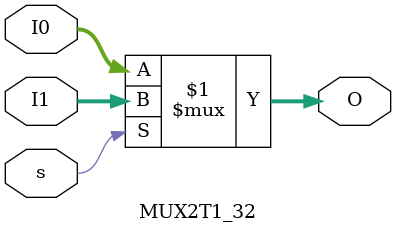
<source format=v>
`timescale 1ns / 1ps


module MUX2T1_32(
    input[31:0]I0,
    input[31:0]I1,
    input s,
    output[31:0]O
    );
    
    assign O = s?I1:I0;
endmodule
</source>
